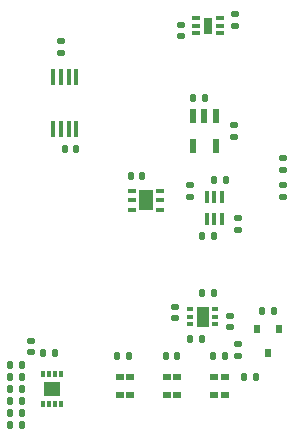
<source format=gbr>
%TF.GenerationSoftware,KiCad,Pcbnew,8.0.7*%
%TF.CreationDate,2024-12-29T21:32:39+01:00*%
%TF.ProjectId,stackflex_feature_air_qual,73746163-6b66-46c6-9578-5f6665617475,1*%
%TF.SameCoordinates,Original*%
%TF.FileFunction,Paste,Top*%
%TF.FilePolarity,Positive*%
%FSLAX46Y46*%
G04 Gerber Fmt 4.6, Leading zero omitted, Abs format (unit mm)*
G04 Created by KiCad (PCBNEW 8.0.7) date 2024-12-29 21:32:39*
%MOMM*%
%LPD*%
G01*
G04 APERTURE LIST*
G04 Aperture macros list*
%AMRoundRect*
0 Rectangle with rounded corners*
0 $1 Rounding radius*
0 $2 $3 $4 $5 $6 $7 $8 $9 X,Y pos of 4 corners*
0 Add a 4 corners polygon primitive as box body*
4,1,4,$2,$3,$4,$5,$6,$7,$8,$9,$2,$3,0*
0 Add four circle primitives for the rounded corners*
1,1,$1+$1,$2,$3*
1,1,$1+$1,$4,$5*
1,1,$1+$1,$6,$7*
1,1,$1+$1,$8,$9*
0 Add four rect primitives between the rounded corners*
20,1,$1+$1,$2,$3,$4,$5,0*
20,1,$1+$1,$4,$5,$6,$7,0*
20,1,$1+$1,$6,$7,$8,$9,0*
20,1,$1+$1,$8,$9,$2,$3,0*%
G04 Aperture macros list end*
%ADD10RoundRect,0.135000X0.135000X0.185000X-0.135000X0.185000X-0.135000X-0.185000X0.135000X-0.185000X0*%
%ADD11RoundRect,0.140000X-0.140000X-0.170000X0.140000X-0.170000X0.140000X0.170000X-0.140000X0.170000X0*%
%ADD12RoundRect,0.135000X-0.135000X-0.185000X0.135000X-0.185000X0.135000X0.185000X-0.135000X0.185000X0*%
%ADD13RoundRect,0.140000X0.170000X-0.140000X0.170000X0.140000X-0.170000X0.140000X-0.170000X-0.140000X0*%
%ADD14R,0.750000X0.300000*%
%ADD15R,0.750000X1.450000*%
%ADD16RoundRect,0.135000X-0.185000X0.135000X-0.185000X-0.135000X0.185000X-0.135000X0.185000X0.135000X0*%
%ADD17RoundRect,0.135000X0.185000X-0.135000X0.185000X0.135000X-0.185000X0.135000X-0.185000X-0.135000X0*%
%ADD18R,0.800000X0.450000*%
%ADD19R,1.250000X1.700000*%
%ADD20R,0.450000X1.000000*%
%ADD21RoundRect,0.140000X-0.170000X0.140000X-0.170000X-0.140000X0.170000X-0.140000X0.170000X0.140000X0*%
%ADD22R,0.700000X0.600000*%
%ADD23R,0.600000X1.250000*%
%ADD24R,0.600000X0.350000*%
%ADD25R,1.100000X1.700000*%
%ADD26RoundRect,0.140000X0.140000X0.170000X-0.140000X0.170000X-0.140000X-0.170000X0.140000X-0.170000X0*%
%ADD27R,0.300000X0.600000*%
%ADD28R,1.400000X1.200000*%
%ADD29R,0.450000X1.425000*%
%ADD30R,0.600000X0.700000*%
G04 APERTURE END LIST*
D10*
%TO.C,R4*%
X5844000Y-3048000D03*
X4824000Y-3048000D03*
%TD*%
D11*
%TO.C,C4*%
X-1242000Y2032000D03*
X-282000Y2032000D03*
%TD*%
D12*
%TO.C,R3*%
X5838000Y1656000D03*
X6858000Y1656000D03*
%TD*%
D13*
%TO.C,C10*%
X2540000Y-10048000D03*
X2540000Y-9088000D03*
%TD*%
D11*
%TO.C,C8*%
X5772000Y-13220000D03*
X6732000Y-13220000D03*
%TD*%
D12*
%TO.C,JP3*%
X-11432000Y-13970000D03*
X-10412000Y-13970000D03*
%TD*%
D13*
%TO.C,C1*%
X-9652000Y-12926000D03*
X-9652000Y-11966000D03*
%TD*%
D10*
%TO.C,R12*%
X9400000Y-14986000D03*
X8380000Y-14986000D03*
%TD*%
D14*
%TO.C,IC4*%
X4334000Y15382000D03*
X4334000Y14732000D03*
X4334000Y14082000D03*
X6334000Y14082000D03*
X6334000Y14732000D03*
X6334000Y15382000D03*
D15*
X5334000Y14732000D03*
%TD*%
D10*
%TO.C,JP1*%
X-7616000Y-12954000D03*
X-8636000Y-12954000D03*
%TD*%
D16*
%TO.C,R1*%
X3810000Y1272000D03*
X3810000Y252000D03*
%TD*%
%TO.C,R7*%
X7620000Y15752000D03*
X7620000Y14732000D03*
%TD*%
%TO.C,R6*%
X11684000Y3558000D03*
X11684000Y2538000D03*
%TD*%
D17*
%TO.C,R5*%
X11684000Y252000D03*
X11684000Y1272000D03*
%TD*%
D10*
%TO.C,JP6*%
X-10414000Y-19050000D03*
X-11434000Y-19050000D03*
%TD*%
D12*
%TO.C,JP7*%
X-11434000Y-18034000D03*
X-10414000Y-18034000D03*
%TD*%
D17*
%TO.C,R2*%
X7874000Y-2542000D03*
X7874000Y-1522000D03*
%TD*%
D18*
%TO.C,IC2*%
X-1130000Y762000D03*
X-1130000Y-38000D03*
X-1130000Y-838000D03*
X1270000Y-838000D03*
X1270000Y-38000D03*
X1270000Y762000D03*
D19*
X70000Y-38000D03*
%TD*%
D10*
%TO.C,R10*%
X10924000Y-9398000D03*
X9904000Y-9398000D03*
%TD*%
D11*
%TO.C,C2*%
X4064000Y8636000D03*
X5024000Y8636000D03*
%TD*%
D13*
%TO.C,C12*%
X7146000Y-10782000D03*
X7146000Y-9822000D03*
%TD*%
D20*
%TO.C,IC7*%
X5192000Y-1646000D03*
X5842000Y-1646000D03*
X6492000Y-1646000D03*
X6492000Y254000D03*
X5842000Y254000D03*
X5192000Y254000D03*
%TD*%
D17*
%TO.C,R11*%
X7874000Y-13210000D03*
X7874000Y-12190000D03*
%TD*%
D21*
%TO.C,C7*%
X3048000Y14818000D03*
X3048000Y13858000D03*
%TD*%
D22*
%TO.C,LED2*%
X1810000Y-15022000D03*
X1810000Y-16522000D03*
X2710000Y-16522000D03*
X2710000Y-15022000D03*
%TD*%
%TO.C,LED3*%
X-2177000Y-15022000D03*
X-2177000Y-16522000D03*
X-1277000Y-16522000D03*
X-1277000Y-15022000D03*
%TD*%
D11*
%TO.C,C6*%
X1764000Y-13220000D03*
X2724000Y-13220000D03*
%TD*%
D23*
%TO.C,IC5*%
X5964000Y7072000D03*
X5014000Y7072000D03*
X4064000Y7072000D03*
X4064000Y4572000D03*
X5964000Y4572000D03*
%TD*%
D16*
%TO.C,R8*%
X-7112000Y13464000D03*
X-7112000Y12444000D03*
%TD*%
D10*
%TO.C,JP4*%
X-10414000Y-17018000D03*
X-11434000Y-17018000D03*
%TD*%
D22*
%TO.C,LED1*%
X5842000Y-15010000D03*
X5842000Y-16510000D03*
X6742000Y-16510000D03*
X6742000Y-15010000D03*
%TD*%
D10*
%TO.C,JP2*%
X-10412000Y-14986000D03*
X-11432000Y-14986000D03*
%TD*%
D13*
%TO.C,C3*%
X7554000Y5342000D03*
X7554000Y6302000D03*
%TD*%
D12*
%TO.C,JP5*%
X-11432000Y-16002000D03*
X-10412000Y-16002000D03*
%TD*%
D10*
%TO.C,R9*%
X5844000Y-7874000D03*
X4824000Y-7874000D03*
%TD*%
D24*
%TO.C,IC6*%
X3810000Y-9256000D03*
X3810000Y-9906000D03*
X3810000Y-10556000D03*
X5910000Y-10556000D03*
X5910000Y-9906000D03*
X5910000Y-9256000D03*
D25*
X4860000Y-9906000D03*
%TD*%
D26*
%TO.C,C5*%
X-5870000Y4318000D03*
X-6830000Y4318000D03*
%TD*%
D11*
%TO.C,C11*%
X3810000Y-11826000D03*
X4770000Y-11826000D03*
%TD*%
%TO.C,C9*%
X-2356000Y-13220000D03*
X-1396000Y-13220000D03*
%TD*%
D27*
%TO.C,IC1*%
X-8638000Y-17332000D03*
X-8138000Y-17332000D03*
X-7638000Y-17332000D03*
X-7138000Y-17332000D03*
X-7138000Y-14732000D03*
X-7638000Y-14732000D03*
X-8138000Y-14732000D03*
X-8638000Y-14732000D03*
D28*
X-7888000Y-16032000D03*
%TD*%
D29*
%TO.C,IC3*%
X-5842000Y10414000D03*
X-6492000Y10414000D03*
X-7142000Y10414000D03*
X-7792000Y10414000D03*
X-7792000Y5990000D03*
X-7142000Y5990000D03*
X-6492000Y5990000D03*
X-5842000Y5990000D03*
%TD*%
D30*
%TO.C,Q3*%
X11364000Y-10938000D03*
X9464000Y-10938000D03*
X10414000Y-12938000D03*
%TD*%
M02*

</source>
